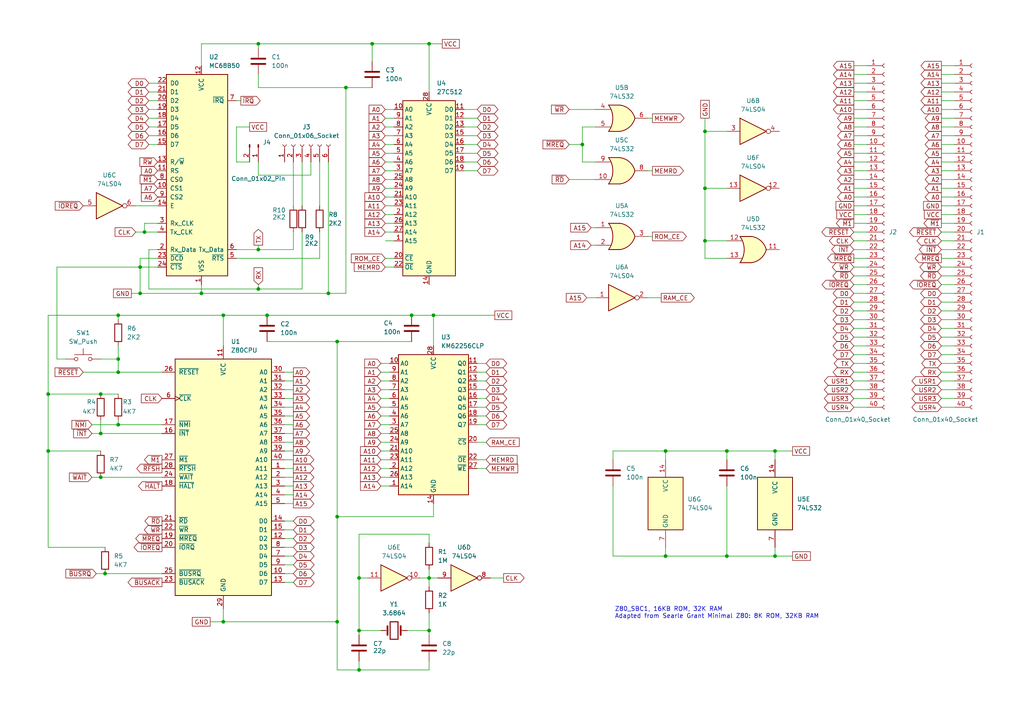
<source format=kicad_sch>
(kicad_sch (version 20231120) (generator "eeschema") (generator_version "8.0")
  (paper "A4")
  (junction (at 64.77 91.44))
  (junction (at 74.93 12.7))
  (junction (at 97.79 180.34))
  (junction (at 210.82 161.29))
  (junction (at 193.04 161.29))
  (junction (at 124.46 167.64))
  (junction (at 124.46 182.88))
  (junction (at 77.47 91.44))
  (junction (at 30.48 166.37))
  (junction (at 104.14 194.31))
  (junction (at 29.21 114.3))
  (junction (at 34.29 91.44))
  (junction (at 119.38 91.44))
  (junction (at 34.29 123.19))
  (junction (at 34.29 104.14))
  (junction (at 125.73 91.44))
  (junction (at 58.42 85.09))
  (junction (at 41.91 67.31))
  (junction (at 13.97 114.3))
  (junction (at 193.04 130.81))
  (junction (at 40.64 85.09))
  (junction (at 100.33 25.4))
  (junction (at 74.93 83.82))
  (junction (at 204.47 69.85))
  (junction (at 64.77 180.34))
  (junction (at 210.82 130.81))
  (junction (at 97.79 149.86))
  (junction (at 13.97 130.81))
  (junction (at 168.91 41.91))
  (junction (at 204.47 38.1))
  (junction (at 34.29 107.95))
  (junction (at 29.21 125.73))
  (junction (at 204.47 54.61))
  (junction (at 74.93 72.39))
  (junction (at 95.25 85.09))
  (junction (at 40.64 77.47))
  (junction (at 104.14 182.88))
  (junction (at 107.95 12.7))
  (junction (at 224.79 161.29))
  (junction (at 97.79 99.06))
  (junction (at 29.21 138.43))
  (junction (at 224.79 130.81))
  (junction (at 104.14 167.64))
  (junction (at 124.46 12.7))
  (wire (pts (xy 273.05 21.59) (xy 276.86 21.59)))
  (wire (pts (xy 95.25 46.99) (xy 95.25 85.09)))
  (wire (pts (xy 111.76 74.93) (xy 114.3 74.93)))
  (wire (pts (xy 34.29 107.95) (xy 46.99 107.95)))
  (wire (pts (xy 140.97 113.03) (xy 138.43 113.03)))
  (wire (pts (xy 34.29 123.19) (xy 34.29 121.92)))
  (wire (pts (xy 210.82 69.85) (xy 204.47 69.85)))
  (wire (pts (xy 74.93 50.8) (xy 90.17 50.8)))
  (wire (pts (xy 68.58 36.83) (xy 72.39 36.83)))
  (wire (pts (xy 247.65 44.45) (xy 251.46 44.45)))
  (wire (pts (xy 273.05 24.13) (xy 276.86 24.13)))
  (wire (pts (xy 273.05 82.55) (xy 276.86 82.55)))
  (wire (pts (xy 247.65 49.53) (xy 251.46 49.53)))
  (wire (pts (xy 34.29 91.44) (xy 64.77 91.44)))
  (wire (pts (xy 247.65 41.91) (xy 251.46 41.91)))
  (wire (pts (xy 273.05 113.03) (xy 276.86 113.03)))
  (wire (pts (xy 124.46 182.88) (xy 124.46 184.15)))
  (wire (pts (xy 26.67 123.19) (xy 34.29 123.19)))
  (wire (pts (xy 85.09 156.21) (xy 82.55 156.21)))
  (wire (pts (xy 171.45 71.12) (xy 172.72 71.12)))
  (wire (pts (xy 247.65 31.75) (xy 251.46 31.75)))
  (wire (pts (xy 247.65 97.79) (xy 251.46 97.79)))
  (wire (pts (xy 210.82 74.93) (xy 204.47 74.93)))
  (wire (pts (xy 64.77 180.34) (xy 97.79 180.34)))
  (wire (pts (xy 107.95 25.4) (xy 100.33 25.4)))
  (wire (pts (xy 104.14 191.77) (xy 104.14 194.31)))
  (wire (pts (xy 273.05 69.85) (xy 276.86 69.85)))
  (wire (pts (xy 111.76 67.31) (xy 114.3 67.31)))
  (wire (pts (xy 273.05 90.17) (xy 276.86 90.17)))
  (wire (pts (xy 85.09 113.03) (xy 82.55 113.03)))
  (wire (pts (xy 85.09 153.67) (xy 82.55 153.67)))
  (wire (pts (xy 97.79 99.06) (xy 119.38 99.06)))
  (wire (pts (xy 110.49 115.57) (xy 113.03 115.57)))
  (wire (pts (xy 85.09 143.51) (xy 82.55 143.51)))
  (wire (pts (xy 43.18 41.91) (xy 45.72 41.91)))
  (wire (pts (xy 273.05 87.63) (xy 276.86 87.63)))
  (wire (pts (xy 210.82 130.81) (xy 224.79 130.81)))
  (wire (pts (xy 189.23 68.58) (xy 187.96 68.58)))
  (wire (pts (xy 85.09 72.39) (xy 74.93 72.39)))
  (wire (pts (xy 247.65 54.61) (xy 251.46 54.61)))
  (wire (pts (xy 247.65 80.01) (xy 251.46 80.01)))
  (wire (pts (xy 85.09 158.75) (xy 82.55 158.75)))
  (wire (pts (xy 74.93 21.59) (xy 74.93 25.4)))
  (wire (pts (xy 165.1 41.91) (xy 168.91 41.91)))
  (wire (pts (xy 125.73 91.44) (xy 143.51 91.44)))
  (wire (pts (xy 124.46 165.1) (xy 124.46 167.64)))
  (wire (pts (xy 273.05 29.21) (xy 276.86 29.21)))
  (wire (pts (xy 41.91 67.31) (xy 41.91 64.77)))
  (wire (pts (xy 111.76 52.07) (xy 114.3 52.07)))
  (wire (pts (xy 140.97 110.49) (xy 138.43 110.49)))
  (wire (pts (xy 247.65 36.83) (xy 251.46 36.83)))
  (wire (pts (xy 110.49 123.19) (xy 113.03 123.19)))
  (wire (pts (xy 140.97 105.41) (xy 138.43 105.41)))
  (wire (pts (xy 125.73 146.05) (xy 125.73 149.86)))
  (wire (pts (xy 43.18 72.39) (xy 43.18 83.82)))
  (wire (pts (xy 74.93 46.99) (xy 74.93 50.8)))
  (wire (pts (xy 247.65 26.67) (xy 251.46 26.67)))
  (wire (pts (xy 189.23 49.53) (xy 187.96 49.53)))
  (wire (pts (xy 43.18 34.29) (xy 45.72 34.29)))
  (wire (pts (xy 111.76 69.85) (xy 114.3 69.85)))
  (wire (pts (xy 85.09 115.57) (xy 82.55 115.57)))
  (wire (pts (xy 193.04 161.29) (xy 210.82 161.29)))
  (wire (pts (xy 29.21 114.3) (xy 34.29 114.3)))
  (wire (pts (xy 74.93 12.7) (xy 58.42 12.7)))
  (wire (pts (xy 85.09 135.89) (xy 82.55 135.89)))
  (wire (pts (xy 77.47 91.44) (xy 119.38 91.44)))
  (wire (pts (xy 111.76 41.91) (xy 114.3 41.91)))
  (wire (pts (xy 39.37 59.69) (xy 45.72 59.69)))
  (wire (pts (xy 177.8 161.29) (xy 177.8 140.97)))
  (wire (pts (xy 85.09 133.35) (xy 82.55 133.35)))
  (wire (pts (xy 74.93 25.4) (xy 100.33 25.4)))
  (wire (pts (xy 204.47 38.1) (xy 204.47 54.61)))
  (wire (pts (xy 29.21 138.43) (xy 46.99 138.43)))
  (wire (pts (xy 29.21 121.92) (xy 29.21 125.73)))
  (wire (pts (xy 138.43 49.53) (xy 134.62 49.53)))
  (wire (pts (xy 92.71 46.99) (xy 92.71 59.69)))
  (wire (pts (xy 273.05 102.87) (xy 276.86 102.87)))
  (wire (pts (xy 110.49 140.97) (xy 113.03 140.97)))
  (wire (pts (xy 138.43 31.75) (xy 134.62 31.75)))
  (wire (pts (xy 189.23 34.29) (xy 187.96 34.29)))
  (wire (pts (xy 224.79 130.81) (xy 224.79 133.35)))
  (wire (pts (xy 43.18 39.37) (xy 45.72 39.37)))
  (wire (pts (xy 172.72 46.99) (xy 168.91 46.99)))
  (wire (pts (xy 97.79 180.34) (xy 97.79 194.31)))
  (wire (pts (xy 110.49 130.81) (xy 113.03 130.81)))
  (wire (pts (xy 165.1 31.75) (xy 172.72 31.75)))
  (wire (pts (xy 247.65 39.37) (xy 251.46 39.37)))
  (wire (pts (xy 85.09 118.11) (xy 82.55 118.11)))
  (wire (pts (xy 247.65 64.77) (xy 251.46 64.77)))
  (wire (pts (xy 29.21 104.14) (xy 34.29 104.14)))
  (wire (pts (xy 247.65 74.93) (xy 251.46 74.93)))
  (wire (pts (xy 247.65 46.99) (xy 251.46 46.99)))
  (wire (pts (xy 43.18 26.67) (xy 45.72 26.67)))
  (wire (pts (xy 58.42 85.09) (xy 58.42 82.55)))
  (wire (pts (xy 273.05 72.39) (xy 276.86 72.39)))
  (wire (pts (xy 273.05 26.67) (xy 276.86 26.67)))
  (wire (pts (xy 110.49 118.11) (xy 113.03 118.11)))
  (wire (pts (xy 204.47 54.61) (xy 204.47 69.85)))
  (wire (pts (xy 273.05 41.91) (xy 276.86 41.91)))
  (wire (pts (xy 273.05 115.57) (xy 276.86 115.57)))
  (wire (pts (xy 111.76 49.53) (xy 114.3 49.53)))
  (wire (pts (xy 138.43 44.45) (xy 134.62 44.45)))
  (wire (pts (xy 16.51 77.47) (xy 40.64 77.47)))
  (wire (pts (xy 273.05 34.29) (xy 276.86 34.29)))
  (wire (pts (xy 247.65 87.63) (xy 251.46 87.63)))
  (wire (pts (xy 273.05 39.37) (xy 276.86 39.37)))
  (wire (pts (xy 247.65 110.49) (xy 251.46 110.49)))
  (wire (pts (xy 45.72 67.31) (xy 41.91 67.31)))
  (wire (pts (xy 110.49 120.65) (xy 113.03 120.65)))
  (wire (pts (xy 210.82 161.29) (xy 224.79 161.29)))
  (wire (pts (xy 273.05 110.49) (xy 276.86 110.49)))
  (wire (pts (xy 247.65 34.29) (xy 251.46 34.29)))
  (wire (pts (xy 74.93 12.7) (xy 74.93 13.97)))
  (wire (pts (xy 19.05 104.14) (xy 16.51 104.14)))
  (wire (pts (xy 29.21 125.73) (xy 46.99 125.73)))
  (wire (pts (xy 110.49 105.41) (xy 113.03 105.41)))
  (wire (pts (xy 187.96 86.36) (xy 191.77 86.36)))
  (wire (pts (xy 85.09 130.81) (xy 82.55 130.81)))
  (wire (pts (xy 104.14 167.64) (xy 106.68 167.64)))
  (wire (pts (xy 111.76 77.47) (xy 114.3 77.47)))
  (wire (pts (xy 110.49 135.89) (xy 113.03 135.89)))
  (wire (pts (xy 43.18 31.75) (xy 45.72 31.75)))
  (wire (pts (xy 224.79 130.81) (xy 229.87 130.81)))
  (wire (pts (xy 125.73 149.86) (xy 97.79 149.86)))
  (wire (pts (xy 177.8 130.81) (xy 193.04 130.81)))
  (wire (pts (xy 111.76 54.61) (xy 114.3 54.61)))
  (wire (pts (xy 168.91 41.91) (xy 168.91 46.99)))
  (wire (pts (xy 247.65 95.25) (xy 251.46 95.25)))
  (wire (pts (xy 247.65 59.69) (xy 251.46 59.69)))
  (wire (pts (xy 110.49 128.27) (xy 113.03 128.27)))
  (wire (pts (xy 273.05 36.83) (xy 276.86 36.83)))
  (wire (pts (xy 124.46 154.94) (xy 104.14 154.94)))
  (wire (pts (xy 177.8 161.29) (xy 193.04 161.29)))
  (wire (pts (xy 104.14 182.88) (xy 110.49 182.88)))
  (wire (pts (xy 247.65 118.11) (xy 251.46 118.11)))
  (wire (pts (xy 92.71 67.31) (xy 92.71 74.93)))
  (wire (pts (xy 58.42 12.7) (xy 58.42 19.05)))
  (wire (pts (xy 39.37 67.31) (xy 41.91 67.31)))
  (wire (pts (xy 273.05 54.61) (xy 276.86 54.61)))
  (wire (pts (xy 87.63 83.82) (xy 87.63 67.31)))
  (wire (pts (xy 273.05 44.45) (xy 276.86 44.45)))
  (wire (pts (xy 110.49 110.49) (xy 113.03 110.49)))
  (wire (pts (xy 43.18 83.82) (xy 74.93 83.82)))
  (wire (pts (xy 177.8 133.35) (xy 177.8 130.81)))
  (wire (pts (xy 34.29 92.71) (xy 34.29 91.44)))
  (wire (pts (xy 85.09 151.13) (xy 82.55 151.13)))
  (wire (pts (xy 124.46 167.64) (xy 124.46 170.18)))
  (wire (pts (xy 74.93 82.55) (xy 74.93 83.82)))
  (wire (pts (xy 60.96 180.34) (xy 64.77 180.34)))
  (wire (pts (xy 273.05 52.07) (xy 276.86 52.07)))
  (wire (pts (xy 27.94 166.37) (xy 30.48 166.37)))
  (wire (pts (xy 16.51 104.14) (xy 16.51 77.47)))
  (wire (pts (xy 104.14 184.15) (xy 104.14 182.88)))
  (wire (pts (xy 85.09 161.29) (xy 82.55 161.29)))
  (wire (pts (xy 273.05 118.11) (xy 276.86 118.11)))
  (wire (pts (xy 41.91 64.77) (xy 45.72 64.77)))
  (wire (pts (xy 74.93 72.39) (xy 68.58 72.39)))
  (wire (pts (xy 247.65 67.31) (xy 251.46 67.31)))
  (wire (pts (xy 247.65 62.23) (xy 251.46 62.23)))
  (wire (pts (xy 26.67 138.43) (xy 29.21 138.43)))
  (wire (pts (xy 273.05 105.41) (xy 276.86 105.41)))
  (wire (pts (xy 110.49 107.95) (xy 113.03 107.95)))
  (wire (pts (xy 170.18 86.36) (xy 172.72 86.36)))
  (wire (pts (xy 26.67 125.73) (xy 29.21 125.73)))
  (wire (pts (xy 85.09 110.49) (xy 82.55 110.49)))
  (wire (pts (xy 64.77 91.44) (xy 77.47 91.44)))
  (wire (pts (xy 247.65 90.17) (xy 251.46 90.17)))
  (wire (pts (xy 247.65 102.87) (xy 251.46 102.87)))
  (wire (pts (xy 111.76 46.99) (xy 114.3 46.99)))
  (wire (pts (xy 247.65 21.59) (xy 251.46 21.59)))
  (wire (pts (xy 273.05 77.47) (xy 276.86 77.47)))
  (wire (pts (xy 34.29 100.33) (xy 34.29 104.14)))
  (wire (pts (xy 64.77 100.33) (xy 64.77 91.44)))
  (wire (pts (xy 74.93 83.82) (xy 87.63 83.82)))
  (wire (pts (xy 85.09 166.37) (xy 82.55 166.37)))
  (wire (pts (xy 273.05 80.01) (xy 276.86 80.01)))
  (wire (pts (xy 85.09 67.31) (xy 85.09 72.39)))
  (wire (pts (xy 90.17 50.8) (xy 90.17 46.99)))
  (wire (pts (xy 273.05 97.79) (xy 276.86 97.79)))
  (wire (pts (xy 118.11 182.88) (xy 124.46 182.88)))
  (wire (pts (xy 165.1 52.07) (xy 172.72 52.07)))
  (wire (pts (xy 247.65 77.47) (xy 251.46 77.47)))
  (wire (pts (xy 104.14 154.94) (xy 104.14 167.64)))
  (wire (pts (xy 104.14 194.31) (xy 124.46 194.31)))
  (wire (pts (xy 247.65 115.57) (xy 251.46 115.57)))
  (wire (pts (xy 247.65 113.03) (xy 251.46 113.03)))
  (wire (pts (xy 273.05 49.53) (xy 276.86 49.53)))
  (wire (pts (xy 193.04 158.75) (xy 193.04 161.29)))
  (wire (pts (xy 247.65 85.09) (xy 251.46 85.09)))
  (wire (pts (xy 273.05 95.25) (xy 276.86 95.25)))
  (wire (pts (xy 85.09 163.83) (xy 82.55 163.83)))
  (wire (pts (xy 247.65 24.13) (xy 251.46 24.13)))
  (wire (pts (xy 104.14 167.64) (xy 104.14 182.88)))
  (wire (pts (xy 138.43 46.99) (xy 134.62 46.99)))
  (wire (pts (xy 124.46 167.64) (xy 127 167.64)))
  (wire (pts (xy 69.85 29.21) (xy 68.58 29.21)))
  (wire (pts (xy 85.09 138.43) (xy 82.55 138.43)))
  (wire (pts (xy 273.05 59.69) (xy 276.86 59.69)))
  (wire (pts (xy 124.46 12.7) (xy 128.27 12.7)))
  (wire (pts (xy 111.76 57.15) (xy 114.3 57.15)))
  (wire (pts (xy 45.72 72.39) (xy 43.18 72.39)))
  (wire (pts (xy 85.09 107.95) (xy 82.55 107.95)))
  (wire (pts (xy 140.97 135.89) (xy 138.43 135.89)))
  (wire (pts (xy 43.18 29.21) (xy 45.72 29.21)))
  (wire (pts (xy 111.76 44.45) (xy 114.3 44.45)))
  (wire (pts (xy 247.65 92.71) (xy 251.46 92.71)))
  (wire (pts (xy 247.65 82.55) (xy 251.46 82.55)))
  (wire (pts (xy 138.43 41.91) (xy 134.62 41.91)))
  (wire (pts (xy 168.91 36.83) (xy 172.72 36.83)))
  (wire (pts (xy 13.97 130.81) (xy 13.97 114.3)))
  (wire (pts (xy 273.05 46.99) (xy 276.86 46.99)))
  (wire (pts (xy 119.38 91.44) (xy 125.73 91.44)))
  (wire (pts (xy 273.05 92.71) (xy 276.86 92.71)))
  (wire (pts (xy 58.42 85.09) (xy 95.25 85.09)))
  (wire (pts (xy 95.25 85.09) (xy 100.33 85.09)))
  (wire (pts (xy 85.09 128.27) (xy 82.55 128.27)))
  (wire (pts (xy 85.09 140.97) (xy 82.55 140.97)))
  (wire (pts (xy 273.05 31.75) (xy 276.86 31.75)))
  (wire (pts (xy 110.49 133.35) (xy 113.03 133.35)))
  (wire (pts (xy 138.43 34.29) (xy 134.62 34.29)))
  (wire (pts (xy 138.43 36.83) (xy 134.62 36.83)))
  (wire (pts (xy 68.58 46.99) (xy 68.58 36.83)))
  (wire (pts (xy 273.05 19.05) (xy 276.86 19.05)))
  (wire (pts (xy 124.46 12.7) (xy 107.95 12.7)))
  (wire (pts (xy 273.05 74.93) (xy 276.86 74.93)))
  (wire (pts (xy 85.09 125.73) (xy 82.55 125.73)))
  (wire (pts (xy 273.05 64.77) (xy 276.86 64.77)))
  (wire (pts (xy 13.97 130.81) (xy 29.21 130.81)))
  (wire (pts (xy 247.65 19.05) (xy 251.46 19.05)))
  (wire (pts (xy 43.18 36.83) (xy 45.72 36.83)))
  (wire (pts (xy 273.05 62.23) (xy 276.86 62.23)))
  (wire (pts (xy 24.13 107.95) (xy 34.29 107.95)))
  (wire (pts (xy 124.46 157.48) (xy 124.46 154.94)))
  (wire (pts (xy 138.43 39.37) (xy 134.62 39.37)))
  (wire (pts (xy 224.79 158.75) (xy 224.79 161.29)))
  (wire (pts (xy 142.24 167.64) (xy 146.05 167.64)))
  (wire (pts (xy 85.09 146.05) (xy 82.55 146.05)))
  (wire (pts (xy 74.93 71.12) (xy 74.93 72.39)))
  (wire (pts (xy 97.79 149.86) (xy 97.79 99.06)))
  (wire (pts (xy 34.29 91.44) (xy 13.97 91.44)))
  (wire (pts (xy 204.47 74.93) (xy 204.47 69.85)))
  (wire (pts (xy 40.64 77.47) (xy 40.64 85.09)))
  (wire (pts (xy 210.82 130.81) (xy 210.82 133.35)))
  (wire (pts (xy 72.39 46.99) (xy 68.58 46.99)))
  (wire (pts (xy 111.76 31.75) (xy 114.3 31.75)))
  (wire (pts (xy 204.47 34.29) (xy 204.47 38.1)))
  (wire (pts (xy 87.63 46.99) (xy 87.63 59.69)))
  (wire (pts (xy 111.76 36.83) (xy 114.3 36.83)))
  (wire (pts (xy 140.97 118.11) (xy 138.43 118.11)))
  (wire (pts (xy 140.97 133.35) (xy 138.43 133.35)))
  (wire (pts (xy 140.97 107.95) (xy 138.43 107.95)))
  (wire (pts (xy 140.97 128.27) (xy 138.43 128.27)))
  (wire (pts (xy 13.97 158.75) (xy 13.97 130.81)))
  (wire (pts (xy 111.76 62.23) (xy 114.3 62.23)))
  (wire (pts (xy 168.91 41.91) (xy 168.91 36.83)))
  (wire (pts (xy 46.99 123.19) (xy 34.29 123.19)))
  (wire (pts (xy 43.18 24.13) (xy 45.72 24.13)))
  (wire (pts (xy 247.65 107.95) (xy 251.46 107.95)))
  (wire (pts (xy 40.64 85.09) (xy 58.42 85.09)))
  (wire (pts (xy 247.65 105.41) (xy 251.46 105.41)))
  (wire (pts (xy 193.04 130.81) (xy 210.82 130.81)))
  (wire (pts (xy 40.64 74.93) (xy 45.72 74.93)))
  (wire (pts (xy 111.76 59.69) (xy 114.3 59.69)))
  (wire (pts (xy 273.05 107.95) (xy 276.86 107.95)))
  (wire (pts (xy 30.48 166.37) (xy 46.99 166.37)))
  (wire (pts (xy 68.58 74.93) (xy 92.71 74.93)))
  (wire (pts (xy 273.05 85.09) (xy 276.86 85.09)))
  (wire (pts (xy 171.45 66.04) (xy 172.72 66.04)))
  (wire (pts (xy 85.09 120.65) (xy 82.55 120.65)))
  (wire (pts (xy 125.73 91.44) (xy 125.73 100.33)))
  (wire (pts (xy 97.79 194.31) (xy 104.14 194.31)))
  (wire (pts (xy 140.97 115.57) (xy 138.43 115.57)))
  (wire (pts (xy 97.79 99.06) (xy 77.47 99.06)))
  (wire (pts (xy 247.65 57.15) (xy 251.46 57.15)))
  (wire (pts (xy 74.93 12.7) (xy 107.95 12.7)))
  (wire (pts (xy 30.48 158.75) (xy 13.97 158.75)))
  (wire (pts (xy 110.49 125.73) (xy 113.03 125.73)))
  (wire (pts (xy 85.09 168.91) (xy 82.55 168.91)))
  (wire (pts (xy 193.04 130.81) (xy 193.04 133.35)))
  (wire (pts (xy 247.65 100.33) (xy 251.46 100.33)))
  (wire (pts (xy 273.05 67.31) (xy 276.86 67.31)))
  (wire (pts (xy 247.65 52.07) (xy 251.46 52.07)))
  (wire (pts (xy 124.46 177.8) (xy 124.46 182.88)))
  (wire (pts (xy 40.64 77.47) (xy 45.72 77.47)))
  (wire (pts (xy 111.76 34.29) (xy 114.3 34.29)))
  (wire (pts (xy 111.76 39.37) (xy 114.3 39.37)))
  (wire (pts (xy 140.97 120.65) (xy 138.43 120.65)))
  (wire (pts (xy 64.77 180.34) (xy 64.77 176.53)))
  (wire (pts (xy 247.65 29.21) (xy 251.46 29.21)))
  (wire (pts (xy 204.47 38.1) (xy 210.82 38.1)))
  (wire (pts (xy 97.79 180.34) (xy 97.79 149.86)))
  (wire (pts (xy 124.46 26.67) (xy 124.46 12.7)))
  (wire (pts (xy 13.97 114.3) (xy 29.21 114.3)))
  (wire (pts (xy 210.82 140.97) (xy 210.82 161.29)))
  (wire (pts (xy 34.29 104.14) (xy 34.29 107.95)))
  (wire (pts (xy 224.79 161.29) (xy 229.87 161.29)))
  (wire (pts (xy 124.46 194.31) (xy 124.46 191.77)))
  (wire (pts (xy 124.46 167.64) (xy 121.92 167.64)))
  (wire (pts (xy 273.05 57.15) (xy 276.86 57.15)))
  (wire (pts (xy 110.49 138.43) (xy 113.03 138.43)))
  (wire (pts (xy 247.65 72.39) (xy 251.46 72.39)))
  (wire (pts (xy 247.65 69.85) (xy 251.46 69.85)))
  (wire (pts (xy 111.76 64.77) (xy 114.3 64.77)))
  (wire (pts (xy 85.09 46.99) (xy 85.09 59.69)))
  (wire (pts (xy 100.33 25.4) (xy 100.33 85.09)))
  (wire (pts (xy 273.05 100.33) (xy 276.86 100.33)))
  (wire (pts (xy 110.49 113.03) (xy 113.03 113.03)))
  (wire (pts (xy 107.95 12.7) (xy 107.95 17.78)))
  (wire (pts (xy 13.97 91.44) (xy 13.97 114.3)))
  (wire (pts (xy 38.1 85.09) (xy 40.64 85.09)))
  (wire (pts (xy 85.09 123.19) (xy 82.55 123.19)))
  (wire (pts (xy 140.97 123.19) (xy 138.43 123.19)))
  (wire (pts (xy 204.47 54.61) (xy 210.82 54.61)))
  (wire (pts (xy 40.64 74.93) (xy 40.64 77.47)))
  (text "Z80_SBC1, 16KB ROM, 32K RAM\nAdapted from Searle Grant Minimal Z80: 8K ROM, 32KB RAM " (at 178.308 177.8 0) (effects (font (size 1.27 1.27)) (justify left)))
  (global_label "D7" (shape bidirectional) (at 273.05 102.87 180) (property "Intersheetrefs" "${INTERSHEET_REFS}" (effects (hide yes))))
  (global_label "A0" (shape input) (at 110.49 105.41 180) (property "Intersheetrefs" "${INTERSHEET_REFS}" (effects (hide yes))))
  (global_label "A2" (shape output) (at 85.09 113.03 0) (property "Intersheetrefs" "${INTERSHEET_REFS}" (effects (hide yes))))
  (global_label "~{IOREQ}" (shape bidirectional) (at 273.05 82.55 180) (property "Intersheetrefs" "${INTERSHEET_REFS}" (effects (hide yes))))
  (global_label "D7" (shape bidirectional) (at 85.09 168.91 0) (property "Intersheetrefs" "${INTERSHEET_REFS}" (effects (hide yes))))
  (global_label "A15" (shape output) (at 247.65 19.05 180) (property "Intersheetrefs" "${INTERSHEET_REFS}" (effects (hide yes))))
  (global_label "A7" (shape input) (at 111.76 49.53 180) (property "Intersheetrefs" "${INTERSHEET_REFS}" (effects (hide yes))))
  (global_label "CLK" (shape output) (at 146.05 167.64 0) (property "Intersheetrefs" "${INTERSHEET_REFS}" (effects (hide yes))))
  (global_label "MEMRD" (shape input) (at 140.97 133.35 0) (property "Intersheetrefs" "${INTERSHEET_REFS}" (effects (hide yes))))
  (global_label "A15" (shape output) (at 273.05 19.05 180) (property "Intersheetrefs" "${INTERSHEET_REFS}" (effects (hide yes))))
  (global_label "~{RD}" (shape input) (at 165.1 52.07 180) (property "Intersheetrefs" "${INTERSHEET_REFS}" (effects (hide yes))))
  (global_label "A8" (shape output) (at 247.65 36.83 180) (property "Intersheetrefs" "${INTERSHEET_REFS}" (effects (hide yes))))
  (global_label "A4" (shape output) (at 85.09 118.11 0) (property "Intersheetrefs" "${INTERSHEET_REFS}" (effects (hide yes))))
  (global_label "D0" (shape bidirectional) (at 85.09 151.13 0) (property "Intersheetrefs" "${INTERSHEET_REFS}" (effects (hide yes))))
  (global_label "A9" (shape output) (at 273.05 34.29 180) (property "Intersheetrefs" "${INTERSHEET_REFS}" (effects (hide yes))))
  (global_label "~{INT}" (shape bidirectional) (at 247.65 72.39 180) (property "Intersheetrefs" "${INTERSHEET_REFS}" (effects (hide yes))))
  (global_label "D2" (shape bidirectional) (at 247.65 90.17 180) (property "Intersheetrefs" "${INTERSHEET_REFS}" (effects (hide yes))))
  (global_label "D7" (shape bidirectional) (at 247.65 102.87 180) (property "Intersheetrefs" "${INTERSHEET_REFS}" (effects (hide yes))))
  (global_label "USR2" (shape bidirectional) (at 273.05 113.03 180) (property "Intersheetrefs" "${INTERSHEET_REFS}" (effects (hide yes))))
  (global_label "A11" (shape output) (at 85.09 135.89 0) (property "Intersheetrefs" "${INTERSHEET_REFS}" (effects (hide yes))))
  (global_label "A13" (shape input) (at 111.76 64.77 180) (property "Intersheetrefs" "${INTERSHEET_REFS}" (effects (hide yes))))
  (global_label "A4" (shape input) (at 110.49 115.57 180) (property "Intersheetrefs" "${INTERSHEET_REFS}" (effects (hide yes))))
  (global_label "D3" (shape bidirectional) (at 247.65 92.71 180) (property "Intersheetrefs" "${INTERSHEET_REFS}" (effects (hide yes))))
  (global_label "USR3" (shape bidirectional) (at 247.65 115.57 180) (property "Intersheetrefs" "${INTERSHEET_REFS}" (effects (hide yes))))
  (global_label "D1" (shape bidirectional) (at 247.65 87.63 180) (property "Intersheetrefs" "${INTERSHEET_REFS}" (effects (hide yes))))
  (global_label "~{RW}" (shape input) (at 45.72 46.99 180) (property "Intersheetrefs" "${INTERSHEET_REFS}" (effects (hide yes))))
  (global_label "VCC" (shape passive) (at 229.87 130.81 0) (property "Intersheetrefs" "${INTERSHEET_REFS}" (effects (hide yes))))
  (global_label "~{BUSACK}" (shape output) (at 46.99 168.91 180) (property "Intersheetrefs" "${INTERSHEET_REFS}" (effects (hide yes))))
  (global_label "A12" (shape output) (at 247.65 26.67 180) (property "Intersheetrefs" "${INTERSHEET_REFS}" (effects (hide yes))))
  (global_label "~{M1}" (shape output) (at 273.05 64.77 180) (property "Intersheetrefs" "${INTERSHEET_REFS}" (effects (hide yes))))
  (global_label "GND" (shape passive) (at 273.05 59.69 180) (property "Intersheetrefs" "${INTERSHEET_REFS}" (effects (hide yes))))
  (global_label "A0" (shape input) (at 111.76 31.75 180) (property "Intersheetrefs" "${INTERSHEET_REFS}" (effects (hide yes))))
  (global_label "~{RESET}" (shape bidirectional) (at 273.05 67.31 180) (property "Intersheetrefs" "${INTERSHEET_REFS}" (effects (hide yes))))
  (global_label "ROM_CE" (shape input) (at 111.76 74.93 180) (property "Intersheetrefs" "${INTERSHEET_REFS}" (effects (hide yes))))
  (global_label "USR1" (shape bidirectional) (at 273.05 110.49 180) (property "Intersheetrefs" "${INTERSHEET_REFS}" (effects (hide yes))))
  (global_label "A0" (shape output) (at 85.09 107.95 0) (property "Intersheetrefs" "${INTERSHEET_REFS}" (effects (hide yes))))
  (global_label "A12" (shape input) (at 111.76 62.23 180) (property "Intersheetrefs" "${INTERSHEET_REFS}" (effects (hide yes))))
  (global_label "A5" (shape output) (at 247.65 44.45 180) (property "Intersheetrefs" "${INTERSHEET_REFS}" (effects (hide yes))))
  (global_label "D0" (shape bidirectional) (at 140.97 105.41 0) (property "Intersheetrefs" "${INTERSHEET_REFS}" (effects (hide yes))))
  (global_label "VCC" (shape passive) (at 273.05 62.23 180) (property "Intersheetrefs" "${INTERSHEET_REFS}" (effects (hide yes))))
  (global_label "RAM_CE" (shape output) (at 191.77 86.36 0) (property "Intersheetrefs" "${INTERSHEET_REFS}" (effects (hide yes))))
  (global_label "A7" (shape output) (at 247.65 39.37 180) (property "Intersheetrefs" "${INTERSHEET_REFS}" (effects (hide yes))))
  (global_label "D1" (shape bidirectional) (at 273.05 87.63 180) (property "Intersheetrefs" "${INTERSHEET_REFS}" (effects (hide yes))))
  (global_label "D2" (shape bidirectional) (at 140.97 110.49 0) (property "Intersheetrefs" "${INTERSHEET_REFS}" (effects (hide yes))))
  (global_label "USR1" (shape bidirectional) (at 247.65 110.49 180) (property "Intersheetrefs" "${INTERSHEET_REFS}" (effects (hide yes))))
  (global_label "D6" (shape bidirectional) (at 140.97 120.65 0) (property "Intersheetrefs" "${INTERSHEET_REFS}" (effects (hide yes))))
  (global_label "A11" (shape output) (at 247.65 29.21 180) (property "Intersheetrefs" "${INTERSHEET_REFS}" (effects (hide yes))))
  (global_label "~{M1}" (shape input) (at 45.72 52.07 180) (property "Intersheetrefs" "${INTERSHEET_REFS}" (effects (hide yes))))
  (global_label "A1" (shape output) (at 273.05 54.61 180) (property "Intersheetrefs" "${INTERSHEET_REFS}" (effects (hide yes))))
  (global_label "D5" (shape bidirectional) (at 85.09 163.83 0) (property "Intersheetrefs" "${INTERSHEET_REFS}" (effects (hide yes))))
  (global_label "D4" (shape bidirectional) (at 140.97 115.57 0) (property "Intersheetrefs" "${INTERSHEET_REFS}" (effects (hide yes))))
  (global_label "D5" (shape bidirectional) (at 273.05 97.79 180) (property "Intersheetrefs" "${INTERSHEET_REFS}" (effects (hide yes))))
  (global_label "USR4" (shape bidirectional) (at 247.65 118.11 180) (property "Intersheetrefs" "${INTERSHEET_REFS}" (effects (hide yes))))
  (global_label "A3" (shape output) (at 273.05 49.53 180) (property "Intersheetrefs" "${INTERSHEET_REFS}" (effects (hide yes))))
  (global_label "~{MREQ}" (shape input) (at 165.1 41.91 180) (property "Intersheetrefs" "${INTERSHEET_REFS}" (effects (hide yes))))
  (global_label "D0" (shape bidirectional) (at 273.05 85.09 180) (property "Intersheetrefs" "${INTERSHEET_REFS}" (effects (hide yes))))
  (global_label "A3" (shape input) (at 110.49 113.03 180) (property "Intersheetrefs" "${INTERSHEET_REFS}" (effects (hide yes))))
  (global_label "~{WR}" (shape input) (at 165.1 31.75 180) (property "Intersheetrefs" "${INTERSHEET_REFS}" (effects (hide yes))))
  (global_label "A5" (shape input) (at 111.76 44.45 180) (property "Intersheetrefs" "${INTERSHEET_REFS}" (effects (hide yes))))
  (global_label "D5" (shape bidirectional) (at 138.43 44.45 0) (property "Intersheetrefs" "${INTERSHEET_REFS}" (effects (hide yes))))
  (global_label "D2" (shape bidirectional) (at 138.43 36.83 0) (property "Intersheetrefs" "${INTERSHEET_REFS}" (effects (hide yes))))
  (global_label "A10" (shape output) (at 273.05 31.75 180) (property "Intersheetrefs" "${INTERSHEET_REFS}" (effects (hide yes))))
  (global_label "A13" (shape output) (at 273.05 24.13 180) (property "Intersheetrefs" "${INTERSHEET_REFS}" (effects (hide yes))))
  (global_label "A11" (shape input) (at 111.76 59.69 180) (property "Intersheetrefs" "${INTERSHEET_REFS}" (effects (hide yes))))
  (global_label "A3" (shape input) (at 111.76 39.37 180) (property "Intersheetrefs" "${INTERSHEET_REFS}" (effects (hide yes))))
  (global_label "D6" (shape bidirectional) (at 43.18 39.37 180) (property "Intersheetrefs" "${INTERSHEET_REFS}" (effects (hide yes))))
  (global_label "D6" (shape bidirectional) (at 247.65 100.33 180) (property "Intersheetrefs" "${INTERSHEET_REFS}" (effects (hide yes))))
  (global_label "VCC" (shape passive) (at 72.39 36.83 0) (property "Intersheetrefs" "${INTERSHEET_REFS}" (effects (hide yes))))
  (global_label "MEMRD" (shape output) (at 189.23 49.53 0) (property "Intersheetrefs" "${INTERSHEET_REFS}" (effects (hide yes))))
  (global_label "A8" (shape output) (at 85.09 128.27 0) (property "Intersheetrefs" "${INTERSHEET_REFS}" (effects (hide yes))))
  (global_label "A10" (shape output) (at 247.65 31.75 180) (property "Intersheetrefs" "${INTERSHEET_REFS}" (effects (hide yes))))
  (global_label "CLK" (shape input) (at 46.99 115.57 180) (property "Intersheetrefs" "${INTERSHEET_REFS}" (effects (hide yes))))
  (global_label "A11" (shape output) (at 273.05 29.21 180) (property "Intersheetrefs" "${INTERSHEET_REFS}" (effects (hide yes))))
  (global_label "A6" (shape input) (at 110.49 120.65 180) (property "Intersheetrefs" "${INTERSHEET_REFS}" (effects (hide yes))))
  (global_label "A1" (shape input) (at 111.76 34.29 180) (property "Intersheetrefs" "${INTERSHEET_REFS}" (effects (hide yes))))
  (global_label "A14" (shape output) (at 85.09 143.51 0) (property "Intersheetrefs" "${INTERSHEET_REFS}" (effects (hide yes))))
  (global_label "~{BUSRQ}" (shape input) (at 27.94 166.37 180) (property "Intersheetrefs" "${INTERSHEET_REFS}" (effects (hide yes))))
  (global_label "CLK" (shape bidirectional) (at 247.65 69.85 180) (property "Intersheetrefs" "${INTERSHEET_REFS}" (effects (hide yes))))
  (global_label "RX" (shape input) (at 74.93 82.55 90) (property "Intersheetrefs" "${INTERSHEET_REFS}" (effects (hide yes))))
  (global_label "~{M1}" (shape output) (at 46.99 133.35 180) (property "Intersheetrefs" "${INTERSHEET_REFS}" (effects (hide yes))))
  (global_label "D7" (shape bidirectional) (at 138.43 49.53 0) (property "Intersheetrefs" "${INTERSHEET_REFS}" (effects (hide yes))))
  (global_label "USR2" (shape bidirectional) (at 247.65 113.03 180) (property "Intersheetrefs" "${INTERSHEET_REFS}" (effects (hide yes))))
  (global_label "A3" (shape output) (at 85.09 115.57 0) (property "Intersheetrefs" "${INTERSHEET_REFS}" (effects (hide yes))))
  (global_label "D5" (shape bidirectional) (at 247.65 97.79 180) (property "Intersheetrefs" "${INTERSHEET_REFS}" (effects (hide yes))))
  (global_label "D3" (shape bidirectional) (at 85.09 158.75 0) (property "Intersheetrefs" "${INTERSHEET_REFS}" (effects (hide yes))))
  (global_label "~{WR}" (shape output) (at 46.99 153.67 180) (property "Intersheetrefs" "${INTERSHEET_REFS}" (effects (hide yes))))
  (global_label "A6" (shape input) (at 45.72 57.15 180) (property "Intersheetrefs" "${INTERSHEET_REFS}" (effects (hide yes))))
  (global_label "A0" (shape output) (at 273.05 57.15 180) (property "Intersheetrefs" "${INTERSHEET_REFS}" (effects (hide yes))))
  (global_label "A13" (shape output) (at 247.65 24.13 180) (property "Intersheetrefs" "${INTERSHEET_REFS}" (effects (hide yes))))
  (global_label "~{NMI}" (shape input) (at 26.67 123.19 180) (property "Intersheetrefs" "${INTERSHEET_REFS}" (effects (hide yes))))
  (global_label "A5" (shape output) (at 85.09 120.65 0) (property "Intersheetrefs" "${INTERSHEET_REFS}" (effects (hide yes))))
  (global_label "A8" (shape input) (at 111.76 52.07 180) (property "Intersheetrefs" "${INTERSHEET_REFS}" (effects (hide yes))))
  (global_label "A5" (shape input) (at 110.49 118.11 180) (property "Intersheetrefs" "${INTERSHEET_REFS}" (effects (hide yes))))
  (global_label "D1" (shape bidirectional) (at 43.18 26.67 180) (property "Intersheetrefs" "${INTERSHEET_REFS}" (effects (hide yes))))
  (global_label "D7" (shape bidirectional) (at 140.97 123.19 0) (property "Intersheetrefs" "${INTERSHEET_REFS}" (effects (hide yes))))
  (global_label "D4" (shape bidirectional) (at 247.65 95.25 180) (property "Intersheetrefs" "${INTERSHEET_REFS}" (effects (hide yes))))
  (global_label "A12" (shape output) (at 273.05 26.67 180) (property "Intersheetrefs" "${INTERSHEET_REFS}" (effects (hide yes))))
  (global_label "TX" (shape bidirectional) (at 247.65 105.41 180) (property "Intersheetrefs" "${INTERSHEET_REFS}" (effects (hide yes))))
  (global_label "~{IRQ}" (shape output) (at 69.85 29.21 0) (property "Intersheetrefs" "${INTERSHEET_REFS}" (effects (hide yes))))
  (global_label "MEMWR" (shape input) (at 140.97 135.89 0) (property "Intersheetrefs" "${INTERSHEET_REFS}" (effects (hide yes))))
  (global_label "A1" (shape input) (at 110.49 107.95 180) (property "Intersheetrefs" "${INTERSHEET_REFS}" (effects (hide yes))))
  (global_label "D4" (shape bidirectional) (at 85.09 161.29 0) (property "Intersheetrefs" "${INTERSHEET_REFS}" (effects (hide yes))))
  (global_label "A3" (shape output) (at 247.65 49.53 180) (property "Intersheetrefs" "${INTERSHEET_REFS}" (effects (hide yes))))
  (global_label "D0" (shape bidirectional) (at 138.43 31.75 0) (property "Intersheetrefs" "${INTERSHEET_REFS}" (effects (hide yes))))
  (global_label "VCC" (shape passive) (at 128.27 12.7 0) (property "Intersheetrefs" "${INTERSHEET_REFS}" (effects (hide yes))))
  (global_label "A14" (shape input) (at 171.45 71.12 180) (property "Intersheetrefs" "${INTERSHEET_REFS}" (effects (hide yes))))
  (global_label "D1" (shape bidirectional) (at 140.97 107.95 0) (property "Intersheetrefs" "${INTERSHEET_REFS}" (effects (hide yes))))
  (global_label "RX" (shape bidirectional) (at 273.05 107.95 180) (property "Intersheetrefs" "${INTERSHEET_REFS}" (effects (hide yes))))
  (global_label "D1" (shape bidirectional) (at 85.09 153.67 0) (property "Intersheetrefs" "${INTERSHEET_REFS}" (effects (hide yes))))
  (global_label "ROM_CE" (shape output) (at 189.23 68.58 0) (property "Intersheetrefs" "${INTERSHEET_REFS}" (effects (hide yes))))
  (global_label "~{INT}" (shape input) (at 26.67 125.73 180) (property "Intersheetrefs" "${INTERSHEET_REFS}" (effects (hide yes))))
  (global_label "CLK" (shape input) (at 39.37 67.31 180) (property "Intersheetrefs" "${INTERSHEET_REFS}" (effects (hide yes))))
  (global_label "A1" (shape output) (at 85.09 110.49 0) (property "Intersheetrefs" "${INTERSHEET_REFS}" (effects (hide yes))))
  (global_label "A14" (shape input) (at 110.49 140.97 180) (property "Intersheetrefs" "${INTERSHEET_REFS}" (effects (hide yes))))
  (global_label "A11" (shape input) (at 110.49 133.35 180) (property "Intersheetrefs" "${INTERSHEET_REFS}" (effects (hide yes))))
  (global_label "A6" (shape output) (at 273.05 41.91 180) (property "Intersheetrefs" "${INTERSHEET_REFS}" (effects (hide yes))))
  (global_label "A10" (shape output) (at 85.09 133.35 0) (property "Intersheetrefs" "${INTERSHEET_REFS}" (effects (hide yes))))
  (global_label "A5" (shape output) (at 273.05 44.45 180) (property "Intersheetrefs" "${INTERSHEET_REFS}" (effects (hide yes))))
  (global_label "A7" (shape input) (at 110.49 123.19 180) (property "Intersheetrefs" "${INTERSHEET_REFS}" (effects (hide yes))))
  (global_label "~{WAIT}" (shape input) (at 26.67 138.43 180) (property "Intersheetrefs" "${INTERSHEET_REFS}" (effects (hide yes))))
  (global_label "~{RD}" (shape bidirectional) (at 247.65 80.01 180) (property "Intersheetrefs" "${INTERSHEET_REFS}" (effects (hide yes))))
  (global_label "D4" (shape bidirectional) (at 273.05 95.25 180) (property "Intersheetrefs" "${INTERSHEET_REFS}" (effects (hide yes))))
  (global_label "A14" (shape output) (at 247.65 21.59 180) (property "Intersheetrefs" "${INTERSHEET_REFS}" (effects (hide yes))))
  (global_label "A4" (shape output) (at 247.65 46.99 180) (property "Intersheetrefs" "${INTERSHEET_REFS}" (effects (hide yes))))
  (global_label "MEMWR" (shape output) (at 189.23 34.29 0) (property "Intersheetrefs" "${INTERSHEET_REFS}" (effects (hide yes))))
  (global_label "D6" (shape bidirectional) (at 138.43 46.99 0) (property "Intersheetrefs" "${INTERSHEET_REFS}" (effects (hide yes))))
  (global_label "A4" (shape output) (at 273.05 46.99 180) (property "Intersheetrefs" "${INTERSHEET_REFS}" (effects (hide yes))))
  (global_label "D3" (shape bidirectional) (at 273.05 92.71 180) (property "Intersheetrefs" "${INTERSHEET_REFS}" (effects (hide yes))))
  (global_label "A9" (shape output) (at 85.09 130.81 0) (property "Intersheetrefs" "${INTERSHEET_REFS}" (effects (hide yes))))
  (global_label "A14" (shape output) (at 273.05 21.59 180) (property "Intersheetrefs" "${INTERSHEET_REFS}" (effects (hide yes))))
  (global_label "A14" (shape input) (at 111.76 67.31 180) (property "Intersheetrefs" "${INTERSHEET_REFS}" (effects (hide yes))))
  (global_label "A8" (shape output) (at 273.05 36.83 180) (property "Intersheetrefs" "${INTERSHEET_REFS}" (effects (hide yes))))
  (global_label "GND" (shape passive) (at 204.47 34.29 90) (property "Intersheetrefs" "${INTERSHEET_REFS}" (effects (hide yes))))
  (global_label "D1" (shape bidirectional) (at 138.43 34.29 0) (property "Intersheetrefs" "${INTERSHEET_REFS}" (effects (hide yes))))
  (global_label "TX" (shape output) (at 74.93 71.12 90) (property "Intersheetrefs" "${INTERSHEET_REFS}" (effects (hide yes))))
  (global_label "~{MREQ}" (shape output) (at 46.99 156.21 180) (property "Intersheetrefs" "${INTERSHEET_REFS}" (effects (hide yes))))
  (global_label "GND" (shape passive) (at 229.87 161.29 0) (property "Intersheetrefs" "${INTERSHEET_REFS}" (effects (hide yes))))
  (global_label "A2" (shape input) (at 110.49 110.49 180) (property "Intersheetrefs" "${INTERSHEET_REFS}" (effects (hide yes))))
  (global_label "A15" (shape output) (at 85.09 146.05 0) (property "Intersheetrefs" "${INTERSHEET_REFS}" (effects (hide yes))))
  (global_label "A7" (shape output) (at 273.05 39.37 180) (property "Intersheetrefs" "${INTERSHEET_REFS}" (effects (hide yes))))
  (global_label "GND" (shape passive) (at 247.65 59.69 180) (property "Intersheetrefs" "${INTERSHEET_REFS}" (effects (hide yes))))
  (global_label "A2" (shape output) (at 247.65 52.07 180) (property "Intersheetrefs" "${INTERSHEET_REFS}" (effects (hide yes))))
  (global_label "A2" (shape input) (at 111.76 36.83 180) (property "Intersheetrefs" "${INTERSHEET_REFS}" (effects (hide yes))))
  (global_label "A9" (shape input) (at 110.49 128.27 180) (property "Intersheetrefs" "${INTERSHEET_REFS}" (effects (hide yes))))
  (global_label "TX" (shape bidirectional) (at 273.05 105.41 180) (property "Intersheetrefs" "${INTERSHEET_REFS}" (effects (hide yes))))
  (global_label "USR4" (shape bidirectional) (at 273.05 118.11 180) (property "Intersheetrefs" "${INTERSHEET_REFS}" (effects (hide yes))))
  (global_label "~{WR}" (shape bidirectional) (at 273.05 77.47 180) (property "Intersheetrefs" "${INTERSHEET_REFS}" (effects (hide yes))))
  (global_label "D2" (shape bidirectional) (at 273.05 90.17 180) (property "Intersheetrefs" "${INTERSHEET_REFS}" (effects (hide yes))))
  (global_label "A6" (shape output) (at 85.09 123.19 0) (property "Intersheetrefs" "${INTERSHEET_REFS}" (effects (hide yes))))
  (global_label "A12" (shape input) (at 110.49 135.89 180) (property "Intersheetrefs" "${INTERSHEET_REFS}" (effects (hide yes))))
  (global_label "~{HALT}" (shape output) (at 46.99 140.97 180) (property "Intersheetrefs" "${INTERSHEET_REFS}" (effects (hide yes))))
  (global_label "D4" (shape bidirectional) (at 43.18 34.29 180) (property "Intersheetrefs" "${INTERSHEET_REFS}" (effects (hide yes))))
  (global_label "D2" (shape bidirectional) (at 85.09 156.21 0) (property "Intersheetrefs" "${INTERSHEET_REFS}" (effects (hide yes))))
  (global_label "~{IOREQ}" (shape output) (at 46.99 158.75 180) (property "Intersheetrefs" "${INTERSHEET_REFS}" (effects (hide yes))))
  (global_label "D3" (shape bidirectional) (at 43.18 31.75 180) (property "Intersheetrefs" "${INTERSHEET_REFS}" (effects (hide yes))))
  (global_label "A15" (shape input) (at 171.45 66.04 180) (property "Intersheetrefs" "${INTERSHEET_REFS}" (effects (hide yes))))
  (global_label "A2" (shape output) (at 273.05 52.07 180) (property "Intersheetrefs" "${INTERSHEET_REFS}" (effects (hide yes))))
  (global_label "A6" (shape input) (at 111.76 46.99 180) (property "Intersheetrefs" "${INTERSHEET_REFS}" (effects (hide yes))))
  (global_label "~{INT}" (shape bidirectional) (at 273.05 72.39 180) (property "Intersheetrefs" "${INTERSHEET_REFS}" (effects (hide yes))))
  (global_label "GND" (shape passive) (at 60.96 180.34 180) (property "Intersheetrefs" "${INTERSHEET_REFS}" (effects (hide yes))))
  (global_label "A8" (shape input) (at 110.49 125.73 180) (property "Intersheetrefs" "${INTERSHEET_REFS}" (effects (hide yes))))
  (global_label "D6" (shape bidirectional) (at 273.05 100.33 180) (property "Intersheetrefs" "${INTERSHEET_REFS}" (effects (hide yes))))
  (global_label "A7" (shape input) (at 45.72 54.61 180) (property "Intersheetrefs" "${INTERSHEET_REFS}" (effects (hide yes))))
  (global_label "~{IOREQ}" (shape input) (at 24.13 59.69 180) (property "Intersheetrefs" "${INTERSHEET_REFS}" (effects (hide yes))))
  (global_label "CLK" (shape bidirectional) (at 273.05 69.85 180) (property "Intersheetrefs" "${INTERSHEET_REFS}" (effects (hide yes))))
  (global_label "~{IOREQ}" (shape bidirectional) (at 247.65 82.55 180) (property "Intersheetrefs" "${INTERSHEET_REFS}" (effects (hide yes))))
  (global_label "D7" (shape bidirectional) (at 43.18 41.91 180) (property "Intersheetrefs" "${INTERSHEET_REFS}" (effects (hide yes))))
  (global_label "A1" (shape output) (at 247.65 54.61 180) (property "Intersheetrefs" "${INTERSHEET_REFS}" (effects (hide yes))))
  (global_label "~{RFSH}" (shape output) (at 46.99 135.89 180) (property "Intersheetrefs" "${INTERSHEET_REFS}" (effects (hide yes))))
  (global_label "D3" (shape bidirectional) (at 138.43 39.37 0) (property "Intersheetrefs" "${INTERSHEET_REFS}" (effects (hide yes))))
  (global_label "D0" (shape bidirectional) (at 43.18 24.13 180) (property "Intersheetrefs" "${INTERSHEET_REFS}" (effects (hide yes))))
  (global_label "~{RD}" (shape bidirectional) (at 273.05 80.01 180) (property "Intersheetrefs" "${INTERSHEET_REFS}" (effects (hide yes))))
  (global_label "D3" (shape bidirectional) (at 140.97 113.03 0) (property "Intersheetrefs" "${INTERSHEET_REFS}" (effects (hide yes))))
  (global_label "A10" (shape input) (at 111.76 57.15 180) (property "Intersheetrefs" "${INTERSHEET_REFS}" (effects (hide yes))))
  (global_label "A13" (shape output) (at 85.09 140.97 0) (property "Intersheetrefs" "${INTERSHEET_REFS}" (effects (hide yes))))
  (global_label "VCC" (shape passive) (at 143.51 91.44 0) (property "Intersheetrefs" "${INTERSHEET_REFS}" (effects (hide yes))))
  (global_label "A0" (shape input) (at 45.72 49.53 180) (property "Intersheetrefs" "${INTERSHEET_REFS}" (effects (hide yes))))
  (global_label "RAM_CE" (shape input) (at 140.97 128.27 0) (property "Intersheetrefs" "${INTERSHEET_REFS}" (effects (hide yes))))
  (global_label "A6" (shape output) (at 247.65 41.91 180) (property "Intersheetrefs" "${INTERSHEET_REFS}" (effects (hide yes))))
  (global_label "VCC" (shape passive) (at 247.65 62.23 180) (property "Intersheetrefs" "${INTERSHEET_REFS}" (effects (hide yes))))
  (global_label "D5" (shape bidirectional) (at 43.18 36.83 180) (property "Intersheetrefs" "${INTERSHEET_REFS}" (effects (hide yes))))
  (global_label "RX" (shape bidirectional) (at 247.65 107.95 180) (property "Intersheetrefs" "${INTERSHEET_REFS}" (effects (hide yes))))
  (global_label "D4" (shape bidirectional) (at 138.43 41.91 0) (property "Intersheetrefs" "${INTERSHEET_REFS}" (effects (hide yes))))
  (global_label "~{MREQ}" (shape output) (at 273.05 74.93 180) (property "Intersheetrefs" "${INTERSHEET_REFS}" (effects (hide yes))))
  (global_label "A0" (shape output) (at 247.65 57.15 180) (property "Intersheetrefs" "${INTERSHEET_REFS}" (effects (hide yes))))
  (global_label "~{WR}" (shape bidirectional) (at 247.65 77.47 180) (property "Intersheetrefs" "${INTERSHEET_REFS}" (effects (hide yes))))
  (global_label "~{RESET}" (shape bidirectional) (at 247.65 67.31 180) (property "Intersheetrefs" "${INTERSHEET_REFS}" (effects (hide yes))))
  (global_label "D0" (shape bidirectional) (at 247.65 85.09 180) (property "Intersheetrefs" "${INTERSHEET_REFS}" (effects (hide yes))))
  (global_label "D5" (shape bidirectional) (at 140.97 118.11 0) (property "Intersheetrefs" "${INTERSHEET_REFS}" (effects (hide yes))))
  (global_label "A4" (shape input) (at 111.76 41.91 180) (property "Intersheetrefs" "${INTERSHEET_REFS}" (effects (hide yes))))
  (global_label "A9" (shape output) (at 247.65 34.29 180) (property "Intersheetrefs" "${INTERSHEET_REFS}" (effects (hide yes))))
  (global_label "USR3" (shape bidirectional) (at 273.05 115.57 180) (property "Intersheetrefs" "${INTERSHEET_REFS}" (effects (hide yes))))
  (global_label "D2" (shape bidirectional) (at 43.18 29.21 180) (property "Intersheetrefs" "${INTERSHEET_REFS}" (effects (hide yes))))
  (global_label "~{M1}" (shape output) (at 247.65 64.77 180) (property "Intersheetrefs" "${INTERSHEET_REFS}" (effects (hide yes))))
  (global_label "A15" (shape input) (at 170.18 86.36 180) (property "Intersheetrefs" "${INTERSHEET_REFS}" (effects (hide yes))))
  (global_label "D6" (shape bidirectional) (at 85.09 166.37 0) (property "Intersheetrefs" "${INTERSHEET_REFS}" (effects (hide yes))))
  (global_label "A12" (shape output) (at 85.09 138.43 0) (property "Intersheetrefs" "${INTERSHEET_REFS}" (effects (hide yes))))
  (global_label "A9" (shape input) (at 111.76 54.61 180) (property "Intersheetrefs" "${INTERSHEET_REFS}" (effects (hide yes))))
  (global_label "MEMRD" (shape input) (at 111.76 77.47 180) (property "Intersheetrefs" "${INTERSHEET_REFS}" (effects (hide yes))))
  (global_label "GND" (shape passive) (at 38.1 85.09 180) (property "Intersheetrefs" "${INTERSHEET_REFS}" (effects (hide yes))))
  (global_label "A10" (shape input) (at 110.49 130.81 180) (property "Intersheetrefs" "${INTERSHEET_REFS}" (effects (hide yes))))
  (global_label "A7" (shape output) (at 85.09 125.73 0) (property "Intersheetrefs" "${INTERSHEET_REFS}" (effects (hide yes))))
  (global_label "~{RESET}" (shape input) (at 24.13 107.95 180) (property "Intersheetrefs" "${INTERSHEET_REFS}" (effects (hide yes))))
  (global_label "~{MREQ}" (shape output) (at 247.65 74.93 180) (property "Intersheetrefs" "${INTERSHEET_REFS}" (effects (hide yes))))
  (global_label "~{RD}" (shape output) (at 46.99 151.13 180) (property "Intersheetrefs" "${INTERSHEET_REFS}" (effects (hide yes))))
  (global_label "A13" (shape input) (at 110.49 138.43 180) (property "Intersheetrefs" "${INTERSHEET_REFS}" (effects (hide yes))))
  (symbol (lib_id "Device:C") (at 124.46 187.96 0) (unit 1)
    (property "Reference" "C8" (at 128.27 186.6899 0) (effects (justify left)))
    (property "Value" "22p" (at 128.27 189.2299 0) (effects (justify left)))
    (property "Footprint" "Capacitor_THT:C_Disc_D3.0mm_W2.0mm_P2.50mm" (effects (hide yes)))
    (property "Description" "Unpolarized capacitor" (effects (hide yes)))
  )
  (symbol (lib_id "Device:C") (at 107.95 21.59 0) (unit 1)
    (property "Reference" "C3" (at 111.76 20.3199 0) (effects (justify left)))
    (property "Value" "100n" (at 111.76 22.8599 0) (effects (justify left)))
    (property "Footprint" "Capacitor_THT:C_Disc_D5.1mm_W3.2mm_P5.00mm" (effects (hide yes)))
    (property "Description" "Unpolarized capacitor" (effects (hide yes)))
  )
  (symbol (lib_id "Connector:Conn_01x40_Socket") (at 256.54 67.31 0) (unit 1)
    (property "Reference" "J2" (at 257.81 67.3099 0) (effects (justify left)))
    (property "Value" "Conn_01x40_Socket" (at 239.268 121.666 0) (effects (justify left)))
    (property "Footprint" "Connector_PinHeader_2.54mm:PinHeader_1x40_P2.54mm_Vertical" (effects (hide yes)))
    (property "Description" "Generic connector, single row, 01x40, script generated" (effects (hide yes)))
  )
  (symbol (lib_id "Device:R") (at 124.46 161.29 180) (unit 1)
    (property "Reference" "R1" (at 127 160.0199 0) (effects (justify right)))
    (property "Value" "1M" (at 127 162.5599 0) (effects (justify right)))
    (property "Footprint" "Resistor_THT:R_Axial_DIN0207_L6.3mm_D2.5mm_P7.62mm_Horizontal" (effects (hide yes)))
    (property "Description" "Resistor" (effects (hide yes)))
  )
  (symbol (lib_id "74xx:74LS04") (at 134.62 167.64 0) (unit 4)
    (property "Reference" "U6" (at 134.62 158.75 0))
    (property "Value" "74LS04" (at 134.62 161.29 0))
    (property "Footprint" "Package_DIP:DIP-14_W7.62mm_LongPads" (effects (hide yes)))
    (property "Datasheet" "http://www.ti.com/lit/gpn/sn74LS04" (effects (hide yes)))
    (property "Description" "Hex Inverter" (effects (hide yes)))
  )
  (symbol (lib_id "Device:R") (at 34.29 96.52 0) (unit 1)
    (property "Reference" "R6" (at 36.83 95.2499 0) (effects (justify left)))
    (property "Value" "2K2" (at 36.83 97.7899 0) (effects (justify left)))
    (property "Footprint" "Resistor_THT:R_Axial_DIN0207_L6.3mm_D2.5mm_P7.62mm_Horizontal" (effects (hide yes)))
    (property "Description" "Resistor" (effects (hide yes)))
  )
  (symbol (lib_id "Switch:SW_Push") (at 24.13 104.14 0) (unit 1)
    (property "Reference" "SW1" (at 24.13 96.52 0))
    (property "Value" "SW_Push" (at 24.13 99.06 0))
    (property "Footprint" "Button_Switch_THT:SW_Tactile_Straight_KSA0Axx1LFTR" (effects (hide yes)))
    (property "Description" "Push button switch, generic, two pins" (effects (hide yes)))
  )
  (symbol (lib_id "Device:C") (at 74.93 17.78 0) (unit 1)
    (property "Reference" "C1" (at 78.74 16.5099 0) (effects (justify left)))
    (property "Value" "100n" (at 78.74 19.0499 0) (effects (justify left)))
    (property "Footprint" "Capacitor_THT:C_Disc_D5.1mm_W3.2mm_P5.00mm" (effects (hide yes)))
    (property "Description" "Unpolarized capacitor" (effects (hide yes)))
  )
  (symbol (lib_id "74xx:74LS32") (at 224.79 146.05 0) (unit 5)
    (property "Reference" "U5" (at 231.14 144.7799 0) (effects (justify left)))
    (property "Value" "74LS32" (at 231.14 147.3199 0) (effects (justify left)))
    (property "Footprint" "Package_DIP:DIP-14_W7.62mm_LongPads" (effects (hide yes)))
    (property "Datasheet" "http://www.ti.com/lit/gpn/sn74LS32" (effects (hide yes)))
    (property "Description" "Quad 2-input OR" (effects (hide yes)))
  )
  (symbol (lib_id "74xx:74LS32") (at 180.34 34.29 0) (unit 2)
    (property "Reference" "U5" (at 180.34 25.4 0))
    (property "Value" "74LS32" (at 180.34 27.94 0))
    (property "Footprint" "Package_DIP:DIP-14_W7.62mm_LongPads" (effects (hide yes)))
    (property "Datasheet" "http://www.ti.com/lit/gpn/sn74LS32" (effects (hide yes)))
    (property "Description" "Quad 2-input OR" (effects (hide yes)))
  )
  (symbol (lib_id "Device:C") (at 104.14 187.96 0) (unit 1)
    (property "Reference" "C7" (at 108.204 186.69 0) (effects (justify left)))
    (property "Value" "22p" (at 108.204 188.722 0) (effects (justify left)))
    (property "Footprint" "Capacitor_THT:C_Disc_D3.0mm_W2.0mm_P2.50mm" (effects (hide yes)))
    (property "Description" "Unpolarized capacitor" (effects (hide yes)))
  )
  (symbol (lib_id "Device:R") (at 87.63 63.5 0) (unit 1)
    (property "Reference" "R9" (at 88.392 68.834 0) (effects (justify left)))
    (property "Value" "2K2" (at 88.392 70.612 0) (effects (justify left)))
    (property "Footprint" "Resistor_THT:R_Axial_DIN0207_L6.3mm_D2.5mm_P7.62mm_Horizontal" (effects (hide yes)))
    (property "Description" "Resistor" (effects (hide yes)))
  )
  (symbol (lib_id "Device:R") (at 34.29 118.11 0) (unit 1)
    (property "Reference" "R3" (at 35.56 116.586 0) (effects (justify left)))
    (property "Value" "4K7" (at 35.56 119.38 0) (effects (justify left)))
    (property "Footprint" "Resistor_THT:R_Axial_DIN0207_L6.3mm_D2.5mm_P7.62mm_Horizontal" (effects (hide yes)))
    (property "Description" "Resistor" (effects (hide yes)))
  )
  (symbol (lib_id "Device:C") (at 177.8 137.16 0) (unit 1)
    (property "Reference" "C5" (at 181.61 135.8899 0) (effects (justify left)))
    (property "Value" "100n" (at 181.61 138.4299 0) (effects (justify left)))
    (property "Footprint" "Capacitor_THT:C_Disc_D5.1mm_W3.2mm_P5.00mm" (effects (hide yes)))
    (property "Description" "Unpolarized capacitor" (effects (hide yes)))
  )
  (symbol (lib_id "74xx:74LS04") (at 180.34 86.36 0) (unit 1)
    (property "Reference" "U6" (at 180.34 77.47 0))
    (property "Value" "74LS04" (at 180.34 80.01 0))
    (property "Footprint" "Package_DIP:DIP-14_W7.62mm_LongPads" (effects (hide yes)))
    (property "Datasheet" "http://www.ti.com/lit/gpn/sn74LS04" (effects (hide yes)))
    (property "Description" "Hex Inverter" (effects (hide yes)))
  )
  (symbol (lib_id "CPU:Z80CPU") (at 64.77 138.43 0) (unit 1)
    (property "Reference" "U1" (at 66.9641 99.06 0) (effects (justify left)))
    (property "Value" "Z80CPU" (at 66.9641 101.6 0) (effects (justify left)))
    (property "Footprint" "Package_DIP:DIP-40_W15.24mm_Socket_LongPads" (effects (hide yes)))
    (property "Datasheet" "www.zilog.com/manage_directlink.php?filepath=docs/z80/um0080" (effects (hide yes)))
    (property "Description" "8-bit General Purpose Microprocessor, DIP-40" (effects (hide yes)))
  )
  (symbol (lib_id "74xx:74LS04") (at 218.44 38.1 0) (unit 2)
    (property "Reference" "U6" (at 218.44 29.21 0))
    (property "Value" "74LS04" (at 218.44 31.75 0))
    (property "Footprint" "Package_DIP:DIP-14_W7.62mm_LongPads" (effects (hide yes)))
    (property "Datasheet" "http://www.ti.com/lit/gpn/sn74LS04" (effects (hide yes)))
    (property "Description" "Hex Inverter" (effects (hide yes)))
  )
  (symbol (lib_id "74xx:74LS32") (at 180.34 68.58 0) (unit 1)
    (property "Reference" "U5" (at 180.34 59.69 0))
    (property "Value" "74LS32" (at 180.34 62.23 0))
    (property "Footprint" "Package_DIP:DIP-14_W7.62mm_LongPads" (effects (hide yes)))
    (property "Datasheet" "http://www.ti.com/lit/gpn/sn74LS32" (effects (hide yes)))
    (property "Description" "Quad 2-input OR" (effects (hide yes)))
  )
  (symbol (lib_id "Device:R") (at 85.09 63.5 0) (unit 1)
    (property "Reference" "R10" (at 78.994 60.96 0) (effects (justify left)))
    (property "Value" "2K2" (at 78.994 62.992 0) (effects (justify left)))
    (property "Footprint" "Resistor_THT:R_Axial_DIN0207_L6.3mm_D2.5mm_P7.62mm_Horizontal" (effects (hide yes)))
    (property "Description" "Resistor" (effects (hide yes)))
  )
  (symbol (lib_id "Connector:Conn_01x06_Socket") (at 87.63 41.91 90) (unit 1)
    (property "Reference" "J3" (at 88.9 36.83 90))
    (property "Value" "Conn_01x06_Socket" (at 88.9 39.37 90))
    (property "Footprint" "Connector_PinHeader_2.54mm:PinHeader_1x06_P2.54mm_Horizontal" (effects (hide yes)))
    (property "Description" "Generic connector, single row, 01x06, script generated" (effects (hide yes)))
  )
  (symbol (lib_id "74xx:74LS04") (at 218.44 54.61 0) (unit 6)
    (property "Reference" "U6" (at 218.44 45.72 0))
    (property "Value" "74LS04" (at 218.44 48.26 0))
    (property "Footprint" "Package_DIP:DIP-14_W7.62mm_LongPads" (effects (hide yes)))
    (property "Datasheet" "http://www.ti.com/lit/gpn/sn74LS04" (effects (hide yes)))
    (property "Description" "Hex Inverter" (effects (hide yes)))
  )
  (symbol (lib_id "Connector:Conn_01x40_Socket") (at 281.94 67.31 0) (unit 1)
    (property "Reference" "J1" (at 283.21 67.3099 0) (effects (justify left)))
    (property "Value" "Conn_01x40_Socket" (at 264.668 121.666 0) (effects (justify left)))
    (property "Footprint" "Connector_PinHeader_2.54mm:PinHeader_1x40_P2.54mm_Horizontal" (effects (hide yes)))
    (property "Description" "Generic connector, single row, 01x40, script generated" (effects (hide yes)))
  )
  (symbol (lib_id "74xx:74LS32") (at 180.34 49.53 0) (unit 3)
    (property "Reference" "U5" (at 180.34 40.64 0))
    (property "Value" "74LS32" (at 180.34 43.18 0))
    (property "Footprint" "Package_DIP:DIP-14_W7.62mm_LongPads" (effects (hide yes)))
    (property "Datasheet" "http://www.ti.com/lit/gpn/sn74LS32" (effects (hide yes)))
    (property "Description" "Quad 2-input OR" (effects (hide yes)))
  )
  (symbol (lib_id "Memory_RAM:KM62256CLP") (at 125.73 123.19 0) (unit 1)
    (property "Reference" "U3" (at 127.9241 97.79 0) (effects (justify left)))
    (property "Value" "KM62256CLP" (at 127.9241 100.33 0) (effects (justify left)))
    (property "Footprint" "Package_DIP:DIP-28_W15.24mm" (effects (hide yes)))
    (property "Datasheet" "https://www.futurlec.com/Datasheet/Memory/62256.pdf" (effects (hide yes)))
    (property "Description" "32Kx8 bit Low Power CMOS Static RAM, 55/70ns, DIP-28" (effects (hide yes)))
  )
  (symbol (lib_id "74xx:74LS04") (at 114.3 167.64 0) (unit 5)
    (property "Reference" "U6" (at 114.3 158.75 0))
    (property "Value" "74LS04" (at 114.3 161.29 0))
    (property "Footprint" "Package_DIP:DIP-14_W7.62mm_LongPads" (effects (hide yes)))
    (property "Datasheet" "http://www.ti.com/lit/gpn/sn74LS04" (effects (hide yes)))
    (property "Description" "Hex Inverter" (effects (hide yes)))
  )
  (symbol (lib_id "74xx:74LS32") (at 218.44 72.39 0) (unit 4)
    (property "Reference" "U5" (at 218.44 63.5 0))
    (property "Value" "74LS32" (at 218.44 66.04 0))
    (property "Footprint" "Package_DIP:DIP-14_W7.62mm_LongPads" (effects (hide yes)))
    (property "Datasheet" "http://www.ti.com/lit/gpn/sn74LS32" (effects (hide yes)))
    (property "Description" "Quad 2-input OR" (effects (hide yes)))
  )
  (symbol (lib_id "Device:C") (at 77.47 95.25 0) (unit 1)
    (property "Reference" "C2" (at 81.28 93.9799 0) (effects (justify left)))
    (property "Value" "100n" (at 81.28 96.5199 0) (effects (justify left)))
    (property "Footprint" "Capacitor_THT:C_Disc_D5.1mm_W3.2mm_P5.00mm" (effects (hide yes)))
    (property "Description" "Unpolarized capacitor" (effects (hide yes)))
  )
  (symbol (lib_id "74xx:74LS04") (at 31.75 59.69 0) (unit 3)
    (property "Reference" "U6" (at 31.75 50.8 0))
    (property "Value" "74LS04" (at 31.75 53.34 0))
    (property "Footprint" "Package_DIP:DIP-14_W7.62mm_LongPads" (effects (hide yes)))
    (property "Datasheet" "http://www.ti.com/lit/gpn/sn74LS04" (effects (hide yes)))
    (property "Description" "Hex Inverter" (effects (hide yes)))
  )
  (symbol (lib_id "Device:R") (at 29.21 118.11 0) (unit 1)
    (property "Reference" "R4" (at 25.146 116.586 0) (effects (justify left)))
    (property "Value" "4K7" (at 23.876 119.38 0) (effects (justify left)))
    (property "Footprint" "Resistor_THT:R_Axial_DIN0207_L6.3mm_D2.5mm_P7.62mm_Horizontal" (effects (hide yes)))
    (property "Description" "Resistor" (effects (hide yes)))
  )
  (symbol (lib_id "Memory_EPROM:27C512") (at 124.46 54.61 0) (unit 1)
    (property "Reference" "U4" (at 126.6541 24.13 0) (effects (justify left)))
    (property "Value" "27C512" (at 126.6541 26.67 0) (effects (justify left)))
    (property "Footprint" "Package_DIP:DIP-28_W15.24mm" (effects (hide yes)))
    (property "Datasheet" "http://ww1.microchip.com/downloads/en/DeviceDoc/doc0015.pdf" (effects (hide yes)))
    (property "Description" "OTP EPROM 512 KiBit" (effects (hide yes)))
  )
  (symbol (lib_id "Device:C") (at 119.38 95.25 0) (unit 1)
    (property "Reference" "C4" (at 111.252 93.726 0) (effects (justify left)))
    (property "Value" "100n" (at 111.252 96.266 0) (effects (justify left)))
    (property "Footprint" "Capacitor_THT:C_Disc_D5.1mm_W3.2mm_P5.00mm" (effects (hide yes)))
    (property "Description" "Unpolarized capacitor" (effects (hide yes)))
  )
  (symbol (lib_id "Interface_UART:MC68B50") (at 58.42 52.07 0) (unit 1)
    (property "Reference" "U2" (at 60.6141 16.51 0) (effects (justify left)))
    (property "Value" "MC68B50" (at 60.6141 19.05 0) (effects (justify left)))
    (property "Footprint" "Package_DIP:DIP-24_W15.24mm" (effects (hide yes)))
    (property "Datasheet" "http://pdf.datasheetcatalog.com/datasheet/motorola/MC6850.pdf" (effects (hide yes)))
    (property "Description" "Asynchronous Communications Interface Adapter 2MHz, DIP-40" (effects (hide yes)))
  )
  (symbol (lib_id "Connector:Conn_01x02_Pin") (at 74.93 41.91 270) (unit 1)
    (property "Reference" "J4" (at 76.2 41.2749 90) (effects (justify left)))
    (property "Value" "Conn_01x02_Pin" (at 67.056 51.816 90) (effects (justify left)))
    (property "Footprint" "Connector_PinHeader_2.54mm:PinHeader_1x02_P2.54mm_Vertical" (effects (hide yes)))
    (property "Description" "Generic connector, single row, 01x02, script generated" (effects (hide yes)))
  )
  (symbol (lib_id "Device:R") (at 29.21 134.62 0) (unit 1)
    (property "Reference" "R7" (at 31.75 133.3499 0) (effects (justify left)))
    (property "Value" "4K7" (at 31.75 135.8899 0) (effects (justify left)))
    (property "Footprint" "Resistor_THT:R_Axial_DIN0207_L6.3mm_D2.5mm_P7.62mm_Horizontal" (effects (hide yes)))
    (property "Description" "Resistor" (effects (hide yes)))
  )
  (symbol (lib_id "74xx:74LS04") (at 193.04 146.05 0) (unit 7)
    (property "Reference" "U6" (at 199.39 144.7799 0) (effects (justify left)))
    (property "Value" "74LS04" (at 199.39 147.3199 0) (effects (justify left)))
    (property "Footprint" "Package_DIP:DIP-14_W7.62mm_LongPads" (effects (hide yes)))
    (property "Datasheet" "http://www.ti.com/lit/gpn/sn74LS04" (effects (hide yes)))
    (property "Description" "Hex Inverter" (effects (hide yes)))
  )
  (symbol (lib_id "Device:R") (at 92.71 63.5 0) (unit 1)
    (property "Reference" "R8" (at 95.25 62.2299 0) (effects (justify left)))
    (property "Value" "2K2" (at 95.25 64.7699 0) (effects (justify left)))
    (property "Footprint" "Resistor_THT:R_Axial_DIN0207_L6.3mm_D2.5mm_P7.62mm_Horizontal" (effects (hide yes)))
    (property "Description" "Resistor" (effects (hide yes)))
  )
  (symbol (lib_id "Device:R") (at 124.46 173.99 0) (unit 1)
    (property "Reference" "R2" (at 127 172.7199 0) (effects (justify left)))
    (property "Value" "1K" (at 127 175.2599 0) (effects (justify left)))
    (property "Footprint" "Resistor_THT:R_Axial_DIN0207_L6.3mm_D2.5mm_P7.62mm_Horizontal" (effects (hide yes)))
    (property "Description" "Resistor" (effects (hide yes)))
  )
  (symbol (lib_id "Device:R") (at 30.48 162.56 0) (unit 1)
    (property "Reference" "R5" (at 33.02 161.2899 0) (effects (justify left)))
    (property "Value" "4K7" (at 33.02 163.8299 0) (effects (justify left)))
    (property "Footprint" "Resistor_THT:R_Axial_DIN0207_L6.3mm_D2.5mm_P7.62mm_Horizontal" (effects (hide yes)))
    (property "Description" "Resistor" (effects (hide yes)))
  )
  (symbol (lib_id "Device:C") (at 210.82 137.16 0) (unit 1)
    (property "Reference" "C6" (at 214.63 135.8899 0) (effects (justify left)))
    (property "Value" "100n" (at 214.63 138.4299 0) (effects (justify left)))
    (property "Footprint" "Capacitor_THT:C_Disc_D5.1mm_W3.2mm_P5.00mm" (effects (hide yes)))
    (property "Description" "Unpolarized capacitor" (effects (hide yes)))
  )
  (symbol (lib_id "Device:Crystal") (at 114.3 182.88 0) (unit 1)
    (property "Reference" "Y1" (at 114.3 175.26 0))
    (property "Value" "3.6864" (at 114.3 177.8 0))
    (property "Footprint" "Crystal:Crystal_HC18-U_Vertical" (effects (hide yes)))
    (property "Description" "Two pin crystal" (effects (hide yes)))
  )
)
</source>
